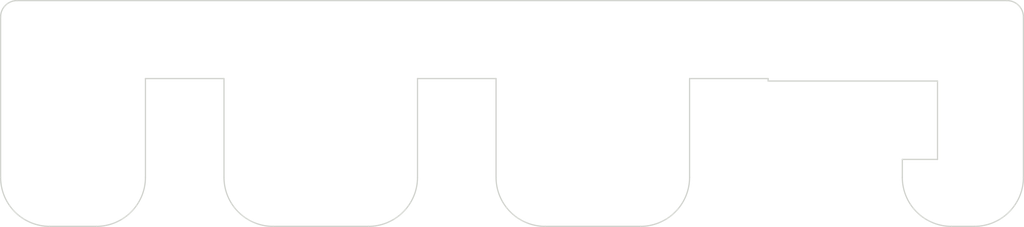
<source format=kicad_pcb>
(kicad_pcb (version 4) (host pcbnew 4.0.6-e0-6349~53~ubuntu14.04.1)

  (general
    (links 0)
    (no_connects 0)
    (area 44.599999 42.6 230.900001 150.100001)
    (thickness 2.5)
    (drawings 60)
    (tracks 0)
    (zones 0)
    (modules 6)
    (nets 12)
  )

  (page A4)
  (title_block
    (title SBMS40)
    (rev 02)
    (company "Electrodacus (Schematic and PCB layout released under CC-BY-SA 3.0 licence)")
  )

  (layers
    (0 F.Cu signal)
    (31 B.Cu signal)
    (32 B.Adhes user)
    (33 F.Adhes user)
    (34 B.Paste user)
    (35 F.Paste user)
    (36 B.SilkS user)
    (37 F.SilkS user)
    (38 B.Mask user)
    (39 F.Mask user)
    (42 Eco1.User user hide)
    (43 Eco2.User user)
    (44 Edge.Cuts user)
  )

  (setup
    (last_trace_width 0.198)
    (user_trace_width 0.198)
    (user_trace_width 0.2)
    (user_trace_width 0.25)
    (user_trace_width 0.3)
    (user_trace_width 0.5)
    (user_trace_width 0.7)
    (user_trace_width 1)
    (user_trace_width 1.2)
    (trace_clearance 0.2)
    (zone_clearance 0.5)
    (zone_45_only yes)
    (trace_min 0.198)
    (segment_width 0.1)
    (edge_width 0.15)
    (via_size 0.7)
    (via_drill 0.3)
    (via_min_size 0.5)
    (via_min_drill 0.3)
    (user_via 0.7 0.3)
    (user_via 1 0.6)
    (uvia_size 0.508)
    (uvia_drill 0.127)
    (uvias_allowed no)
    (uvia_min_size 0.5)
    (uvia_min_drill 0.1)
    (pcb_text_width 0.3)
    (pcb_text_size 1.5 1.5)
    (mod_edge_width 0.15)
    (mod_text_size 1.5 1.5)
    (mod_text_width 0.15)
    (pad_size 2 6)
    (pad_drill 2)
    (pad_to_mask_clearance 0.03)
    (solder_mask_min_width 0.1)
    (pad_to_paste_clearance_ratio -0.02)
    (aux_axis_origin 50 150)
    (visible_elements FFFFFE4F)
    (pcbplotparams
      (layerselection 0x010c0_00000000)
      (usegerberextensions true)
      (gerberprecision 5)
      (excludeedgelayer true)
      (linewidth 0.100000)
      (plotframeref false)
      (viasonmask false)
      (mode 1)
      (useauxorigin true)
      (hpglpennumber 1)
      (hpglpenspeed 20)
      (hpglpendiameter 15)
      (hpglpenoverlay 2)
      (psnegative false)
      (psa4output false)
      (plotreference false)
      (plotvalue false)
      (plotinvisibletext false)
      (padsonsilk false)
      (subtractmaskfromsilk false)
      (outputformat 1)
      (mirror false)
      (drillshape 0)
      (scaleselection 1)
      (outputdirectory SBMS40-v02b/))
  )

  (net 0 "")
  (net 1 /BAT0)
  (net 2 /CPV1P)
  (net 3 /CPV2P)
  (net 4 /CSI1a)
  (net 5 /CSI2a)
  (net 6 /LDMON)
  (net 7 /PV+)
  (net 8 /PV1)
  (net 9 /PV2)
  (net 10 GND)
  (net 11 "Net-(D7-Pad1)")

  (net_class Default "This is the default net class."
    (clearance 0.2)
    (trace_width 0.198)
    (via_dia 0.7)
    (via_drill 0.3)
    (uvia_dia 0.508)
    (uvia_drill 0.127)
  )

  (module dacusnewlib:H1-6x2mm-M (layer F.Cu) (tedit 5939B29F) (tstamp 5955A8CF)
    (at 49 132)
    (fp_text reference "" (at -0.27432 -2.94894) (layer F.SilkS) hide
      (effects (font (thickness 0.3048)))
    )
    (fp_text value "" (at 5.02412 -2.99974) (layer F.SilkS) hide
      (effects (font (thickness 0.3048)))
    )
    (pad "" np_thru_hole oval (at 0 0) (size 2 6) (drill oval 2 6) (layers *.Cu *.Mask))
  )

  (module dacusnewlib:H1-6x2mm-M (layer F.Cu) (tedit 5955A082) (tstamp 5955A8D4)
    (at 48.87 141.32)
    (fp_text reference "" (at -0.27432 -2.94894) (layer F.SilkS) hide
      (effects (font (thickness 0.3048)))
    )
    (fp_text value "" (at 5.02412 -2.99974) (layer F.SilkS) hide
      (effects (font (thickness 0.3048)))
    )
    (pad "" np_thru_hole oval (at 0.13 0.68) (size 2 6) (drill oval 2 6) (layers *.Cu *.Mask))
  )

  (module dacusnewlib:H1-5mm-M locked (layer F.Cu) (tedit 59385344) (tstamp 5948BCE2)
    (at 56 128)
    (fp_text reference "" (at -0.27432 -2.94894) (layer F.SilkS) hide
      (effects (font (thickness 0.3048)))
    )
    (fp_text value "" (at 5.02412 -2.99974) (layer F.SilkS) hide
      (effects (font (thickness 0.3048)))
    )
    (pad "" np_thru_hole circle (at 0 0) (size 5 5) (drill 5) (layers *.Cu *.Mask))
  )

  (module dacusnewlib:H1-5mm-M locked (layer F.Cu) (tedit 59385344) (tstamp 5948BC4A)
    (at 164 128)
    (fp_text reference "" (at -0.27432 -2.94894) (layer F.SilkS) hide
      (effects (font (thickness 0.3048)))
    )
    (fp_text value "" (at 5.02412 -2.99974) (layer F.SilkS) hide
      (effects (font (thickness 0.3048)))
    )
    (pad "" np_thru_hole circle (at 0 0) (size 5 5) (drill 5) (layers *.Cu *.Mask))
  )

  (module dacusnewlib:H1-5mm-M locked (layer F.Cu) (tedit 59385344) (tstamp 59475B78)
    (at 164 144)
    (fp_text reference "" (at -0.27432 -2.94894) (layer F.SilkS) hide
      (effects (font (thickness 0.3048)))
    )
    (fp_text value "" (at 5.02412 -2.99974) (layer F.SilkS) hide
      (effects (font (thickness 0.3048)))
    )
    (pad "" np_thru_hole circle (at 0 0) (size 5 5) (drill 5) (layers *.Cu *.Mask))
  )

  (module dacusnewlib:H1-5mm-M locked (layer F.Cu) (tedit 59385344) (tstamp 58E5B0AD)
    (at 56 144)
    (fp_text reference "" (at -0.27432 -2.94894) (layer F.SilkS) hide
      (effects (font (thickness 0.3048)))
    )
    (fp_text value "" (at 5.02412 -2.99974) (layer F.SilkS) hide
      (effects (font (thickness 0.3048)))
    )
    (pad "" np_thru_hole circle (at 0 0) (size 5 5) (drill 5) (layers *.Cu *.Mask))
  )

  (gr_arc (start 161.2 144) (end 161.2 150) (angle 90) (layer Edge.Cuts) (width 0.15) (tstamp 5955A90C))
  (gr_line (start 45 124.35) (end 45 144) (layer Edge.Cuts) (width 0.15))
  (gr_arc (start 47 124.35) (end 45 124.35) (angle 90) (layer Edge.Cuts) (width 0.15) (tstamp 59559DE1))
  (gr_line (start 170 124.35) (end 170 144) (layer Edge.Cuts) (width 0.15))
  (gr_arc (start 168 124.35) (end 168 122.35) (angle 90) (layer Edge.Cuts) (width 0.15))
  (gr_line (start 47 122.35) (end 168 122.35) (layer Edge.Cuts) (width 0.15))
  (gr_line (start 155.2 144) (end 155.2 141.8) (layer Edge.Cuts) (width 0.15))
  (gr_line (start 138.8 131.9) (end 129.2 131.9) (layer Edge.Cuts) (width 0.15))
  (gr_line (start 138.8 132.2) (end 159.5 132.2) (layer Edge.Cuts) (width 0.15))
  (gr_line (start 138.8 131.9) (end 138.8 132.2) (layer Edge.Cuts) (width 0.15))
  (gr_line (start 51 150) (end 56.7 150) (layer Edge.Cuts) (width 0.15))
  (gr_line (start 78.3 150) (end 89.95 150) (layer Edge.Cuts) (width 0.15))
  (gr_line (start 111.55 150) (end 123.2 150) (layer Edge.Cuts) (width 0.15))
  (gr_arc (start 56.7 144) (end 62.7 144) (angle 90) (layer Edge.Cuts) (width 0.15))
  (gr_arc (start 78.3 144) (end 78.3 150) (angle 90) (layer Edge.Cuts) (width 0.15))
  (gr_arc (start 89.95 144) (end 95.95 144) (angle 90) (layer Edge.Cuts) (width 0.15))
  (gr_line (start 95.95 131.9) (end 95.95 144) (layer Edge.Cuts) (width 0.15))
  (gr_line (start 105.55 131.9) (end 95.95 131.9) (layer Edge.Cuts) (width 0.15))
  (gr_line (start 105.55 144) (end 105.55 131.9) (layer Edge.Cuts) (width 0.15))
  (gr_arc (start 111.55 144) (end 111.55 150) (angle 90) (layer Edge.Cuts) (width 0.15))
  (gr_arc (start 123.2 144) (end 129.2 144) (angle 90) (layer Edge.Cuts) (width 0.15))
  (gr_line (start 155.2 141.8) (end 159.5 141.8) (layer Edge.Cuts) (width 0.15))
  (gr_line (start 129.2 144) (end 129.2 131.9) (layer Edge.Cuts) (width 0.15))
  (gr_line (start 72.3 131.9) (end 72.3 144) (layer Edge.Cuts) (width 0.15))
  (gr_line (start 62.7 131.9) (end 72.3 131.9) (layer Edge.Cuts) (width 0.15))
  (gr_line (start 62.7 144) (end 62.7 131.9) (layer Edge.Cuts) (width 0.15))
  (gr_line (start 159.5 132.2) (end 159.5 141.8) (layer Edge.Cuts) (width 0.15))
  (gr_line (start 110.76 109.69) (end 110.76 114.16) (layer Eco1.User) (width 0.2))
  (gr_line (start 102.76 109.69) (end 102.76 113.16) (layer Eco1.User) (width 0.2))
  (gr_line (start 94.76 109.69) (end 94.76 113.48) (layer Eco1.User) (width 0.2))
  (gr_line (start 44.7 65) (end 230.8 65) (layer Eco1.User) (width 0.2))
  (gr_line (start 50 60) (end 50 150) (layer Eco1.User) (width 0.2))
  (gr_line (start 170 60) (end 50 60) (layer Eco1.User) (width 0.2))
  (gr_line (start 170 150) (end 170 60) (layer Eco1.User) (width 0.2))
  (gr_line (start 50 150) (end 170 150) (layer Eco1.User) (width 0.2))
  (gr_text 5 (at 216 137.5) (layer In4.Cu)
    (effects (font (size 1.25 1.25) (thickness 0.25)))
  )
  (gr_text 4 (at 216 135.5) (layer In3.Cu)
    (effects (font (size 1.25 1.25) (thickness 0.25)))
  )
  (gr_line (start 79.36 77.26) (end 84.46 77.26) (angle 90) (layer Eco1.User) (width 0.2))
  (gr_line (start 75 94.8) (end 75 86.46) (angle 90) (layer Eco1.User) (width 0.2))
  (gr_line (start 60.72 88.34) (end 60.71 88.34) (angle 90) (layer Eco1.User) (width 0.2))
  (gr_line (start 60.72 97.64) (end 60.72 88.34) (angle 90) (layer Eco1.User) (width 0.2))
  (gr_line (start 56.35 97.64) (end 66.4 97.64) (angle 90) (layer Eco1.User) (width 0.2))
  (gr_line (start 93 116.53) (end 93 121.8) (angle 90) (layer Eco1.User) (width 0.2))
  (gr_line (start 109 116.75) (end 109 122.32) (angle 90) (layer Eco1.User) (width 0.2))
  (gr_line (start 110.76 104.82) (end 110.76 110.63) (angle 90) (layer Eco1.User) (width 0.2))
  (gr_line (start 124.47 114) (end 159.32 114) (angle 90) (layer Eco1.User) (width 0.2))
  (gr_line (start 123.25 79.94) (end 123.25 125.58) (angle 90) (layer Eco1.User) (width 0.2))
  (gr_line (start 87.86 58.7) (end 87.86 119) (angle 90) (layer Eco1.User) (width 0.2))
  (gr_line (start 214 111.5) (end 56 111.5) (angle 90) (layer Eco1.User) (width 0.2))
  (gr_arc (start 56 117.5) (end 50 117.5) (angle 90) (layer Eco1.User) (width 0.2))
  (gr_arc (start 164 128) (end 164 122) (angle 90) (layer Eco1.User) (width 0.2))
  (gr_arc (start 164 144) (end 170 144) (angle 90) (layer Edge.Cuts) (width 0.15))
  (gr_arc (start 51 144) (end 51 150) (angle 90) (layer Edge.Cuts) (width 0.15))
  (gr_line (start 50 145) (end 220 145) (angle 90) (layer Eco1.User) (width 0.2))
  (gr_line (start 59.4 123.23) (end 59.41 123.23) (angle 90) (layer Eco1.User) (width 0.2))
  (gr_line (start 66.4 92.97) (end 66.4 123.23) (angle 90) (layer Eco1.User) (width 0.2))
  (gr_line (start 50 92.97) (end 66.4 92.97) (angle 90) (layer Eco1.User) (width 0.2))
  (gr_line (start 49.99 123.23) (end 67.17 123.23) (angle 90) (layer Eco1.User) (width 0.2))
  (gr_line (start 55 150) (end 55 59.6) (angle 90) (layer Eco1.User) (width 0.2))
  (gr_line (start 161.2 150) (end 164 150) (angle 90) (layer Edge.Cuts) (width 0.15))

  (zone (net 5) (net_name /CSI2a) (layer In3.Cu) (tstamp 58E42335) (hatch edge 0.508)
    (connect_pads yes (clearance 0.3))
    (min_thickness 0.3)
    (fill yes (arc_segments 32) (thermal_gap 0.508) (thermal_bridge_width 0.508) (smoothing fillet) (radius 0.3))
    (polygon
      (pts
        (xy 120.39 106.5) (xy 156 106.5) (xy 156 105.7) (xy 169 105.7) (xy 169 115.3)
        (xy 156 115.3) (xy 156 113.5) (xy 148 113.5) (xy 148 121.5) (xy 189.28 121.5)
        (xy 189.28 126.86) (xy 148.1 126.86) (xy 148.1 140) (xy 189.28 140) (xy 189.28 145.36)
        (xy 148.1 145.36) (xy 148.1 146.7) (xy 138.4 146.7) (xy 138.4 144.8) (xy 138.2 144.6)
        (xy 138.2 122.3) (xy 138.4 122.1) (xy 138.4 120.6) (xy 136 118.2) (xy 122.1 118.2)
        (xy 119.7 115.8) (xy 119.69 107.2)
      )
    )
  )
  (zone (net 5) (net_name /CSI2a) (layer In4.Cu) (tstamp 58E42366) (hatch edge 0.508)
    (connect_pads yes (clearance 0.3))
    (min_thickness 0.3)
    (fill yes (arc_segments 32) (thermal_gap 0.508) (thermal_bridge_width 0.508) (smoothing fillet) (radius 0.3))
    (polygon
      (pts
        (xy 120.39 106.5) (xy 156 106.5) (xy 156 105.7) (xy 169 105.7) (xy 169 115.3)
        (xy 156 115.3) (xy 156 113.5) (xy 148 113.5) (xy 148 121.5) (xy 189.28 121.5)
        (xy 189.28 126.86) (xy 148.1 126.86) (xy 148.1 140) (xy 189.28 140) (xy 189.28 145.36)
        (xy 148.1 145.36) (xy 148.1 146.7) (xy 138.4 146.7) (xy 138.4 144.8) (xy 138.2 144.6)
        (xy 138.2 122.3) (xy 138.4 122.1) (xy 138.4 120.6) (xy 136 118.2) (xy 122.1 118.2)
        (xy 119.7 115.8) (xy 119.7 107.2)
      )
    )
  )
  (zone (net 6) (net_name /LDMON) (layer In3.Cu) (tstamp 58E42F63) (hatch edge 0.508)
    (connect_pads yes (clearance 0.3))
    (min_thickness 0.3)
    (fill yes (arc_segments 32) (thermal_gap 0.508) (thermal_bridge_width 0.508) (smoothing fillet) (radius 0.3))
    (polygon
      (pts
        (xy 148.72 127.81) (xy 189.9 127.81) (xy 189.9 120.5) (xy 186.4 120.5) (xy 186.4 117.1)
        (xy 191.4 117.1) (xy 209.5 117.1) (xy 209.5 146.7) (xy 189.9 146.7) (xy 189.9 139.05)
        (xy 148.72 139.05)
      )
    )
  )
  (zone (net 6) (net_name /LDMON) (layer In4.Cu) (tstamp 58E42F7D) (hatch edge 0.508)
    (connect_pads yes (clearance 0.3))
    (min_thickness 0.3)
    (fill yes (arc_segments 32) (thermal_gap 0.508) (thermal_bridge_width 0.508) (smoothing fillet) (radius 0.3))
    (polygon
      (pts
        (xy 148.72 127.81) (xy 189.9 127.81) (xy 189.9 120.5) (xy 186.4 120.5) (xy 186.4 117.1)
        (xy 191.4 117.1) (xy 209.5 117.1) (xy 209.5 146.7) (xy 189.9 146.7) (xy 189.9 139.05)
        (xy 148.72 139.05)
      )
    )
  )
  (zone (net 7) (net_name /PV+) (layer In3.Cu) (tstamp 58E42FCE) (hatch edge 0.508)
    (connect_pads yes (clearance 1))
    (min_thickness 1)
    (fill yes (arc_segments 32) (thermal_gap 0.508) (thermal_bridge_width 0.508) (smoothing fillet) (radius 0.3))
    (polygon
      (pts
        (xy 55 111.1) (xy 110.28 111.1) (xy 119.72 105.5) (xy 154.28 105.5) (xy 156 104.7)
        (xy 169 104.7) (xy 169 96.9) (xy 188.81 96.9) (xy 201.29 84.42) (xy 201.29 42.6)
        (xy 111.5 42.6) (xy 111.5 55.5) (xy 96.7 55.5) (xy 96.7 42.6) (xy 55 42.6)
        (xy 55 97.5) (xy 60.9 97.5) (xy 60.9 99) (xy 55 99)
      )
    )
  )
  (zone (net 7) (net_name /PV+) (layer In4.Cu) (tstamp 58E4390E) (hatch edge 0.508)
    (connect_pads yes (clearance 1))
    (min_thickness 1)
    (fill yes (arc_segments 32) (thermal_gap 0.508) (thermal_bridge_width 0.508) (smoothing fillet) (radius 0.3))
    (polygon
      (pts
        (xy 55 111.1) (xy 110.28 111.1) (xy 119.72 105.5) (xy 154.28 105.5) (xy 156 104.7)
        (xy 169 104.7) (xy 169 96.9) (xy 188.81 96.9) (xy 201.29 84.42) (xy 201.29 42.6)
        (xy 111.5 42.6) (xy 111.5 55.5) (xy 96.7 55.5) (xy 96.7 42.6) (xy 55 42.6)
        (xy 55 97.5) (xy 60.9 97.5) (xy 60.9 99) (xy 55 99)
      )
    )
  )
  (zone (net 8) (net_name /PV1) (layer In3.Cu) (tstamp 58E43ED4) (hatch edge 0.508)
    (connect_pads yes (clearance 0.3))
    (min_thickness 0.3)
    (fill yes (arc_segments 32) (thermal_gap 0.508) (thermal_bridge_width 0.508) (smoothing fillet) (radius 0.3))
    (polygon
      (pts
        (xy 87.72 112.1) (xy 110.28 112.1) (xy 110.28 114) (xy 107.28 117) (xy 87.72 117)
      )
    )
  )
  (zone (net 8) (net_name /PV1) (layer In4.Cu) (tstamp 58E43F00) (hatch edge 0.508)
    (connect_pads yes (clearance 0.3))
    (min_thickness 0.3)
    (fill yes (arc_segments 32) (thermal_gap 0.508) (thermal_bridge_width 0.508) (smoothing fillet) (radius 0.3))
    (polygon
      (pts
        (xy 87.72 112.1) (xy 110.28 112.1) (xy 110.28 114) (xy 107.28 117) (xy 87.72 117)
      )
    )
  )
  (zone (net 9) (net_name /PV2) (layer In3.Cu) (tstamp 58E43FC2) (hatch edge 0.508)
    (connect_pads yes (clearance 0.3))
    (min_thickness 0.3)
    (fill yes (arc_segments 32) (thermal_gap 0.508) (thermal_bridge_width 0.508) (smoothing fillet) (radius 0.3))
    (polygon
      (pts
        (xy 58.72 112.1) (xy 81.7 112.1) (xy 81.7 117) (xy 61.64 117) (xy 58.72 114.08)
      )
    )
  )
  (zone (net 9) (net_name /PV2) (layer In4.Cu) (tstamp 58E43FE6) (hatch edge 0.508)
    (connect_pads yes (clearance 0.3))
    (min_thickness 0.3)
    (fill yes (arc_segments 32) (thermal_gap 0.508) (thermal_bridge_width 0.508) (smoothing fillet) (radius 0.3))
    (polygon
      (pts
        (xy 58.72 112.1) (xy 81.7 112.1) (xy 81.7 117) (xy 61.64 117) (xy 58.72 114.08)
      )
    )
  )
  (zone (net 4) (net_name /CSI1a) (layer In3.Cu) (tstamp 58E44DA2) (hatch edge 0.508)
    (connect_pads yes (clearance 0.3))
    (min_thickness 0.3)
    (fill yes (arc_segments 32) (thermal_gap 0.508) (thermal_bridge_width 0.508) (smoothing fillet) (radius 0.3))
    (polygon
      (pts
        (xy 117 120.18) (xy 134.8 120.18) (xy 136.02 121.4) (xy 136.6 121.98) (xy 136.6 122.1)
        (xy 136.8 122.3) (xy 136.8 144.6) (xy 136.6 144.8) (xy 136.6 146.68) (xy 117 146.68)
      )
    )
  )
  (zone (net 4) (net_name /CSI1a) (layer In4.Cu) (tstamp 58E44DD1) (hatch edge 0.508)
    (connect_pads yes (clearance 0.3))
    (min_thickness 0.3)
    (fill yes (arc_segments 32) (thermal_gap 0.508) (thermal_bridge_width 0.508) (smoothing fillet) (radius 0.3))
    (polygon
      (pts
        (xy 117 120.18) (xy 134.8 120.18) (xy 136.02 121.4) (xy 136.6 121.98) (xy 136.6 122.1)
        (xy 136.8 122.3) (xy 136.8 144.6) (xy 136.6 144.8) (xy 136.6 146.68) (xy 117 146.68)
      )
    )
  )
  (zone (net 2) (net_name /CPV1P) (layer In3.Cu) (tstamp 58E45106) (hatch edge 0.508)
    (connect_pads yes (clearance 0.3))
    (min_thickness 0.3)
    (fill yes (arc_segments 32) (thermal_gap 0.508) (thermal_bridge_width 0.508) (smoothing fillet) (radius 0.3))
    (polygon
      (pts
        (xy 91 117.89) (xy 91 146.68) (xy 107 146.68) (xy 107 123.4) (xy 107 117.89)
        (xy 106.8 117.69) (xy 91.2 117.69)
      )
    )
  )
  (zone (net 2) (net_name /CPV1P) (layer In4.Cu) (tstamp 58E45130) (hatch edge 0.508)
    (connect_pads yes (clearance 0.3))
    (min_thickness 0.3)
    (fill yes (arc_segments 32) (thermal_gap 0.508) (thermal_bridge_width 0.508) (smoothing fillet) (radius 0.3))
    (polygon
      (pts
        (xy 91 117.89) (xy 91 146.68) (xy 107 146.68) (xy 107 123.4) (xy 107 117.89)
        (xy 106.8 117.69) (xy 91.2 117.69)
      )
    )
  )
  (zone (net 3) (net_name /CPV2P) (layer In3.Cu) (tstamp 58E4515C) (hatch edge 0.508)
    (connect_pads yes (clearance 0.3))
    (min_thickness 0.3)
    (fill yes (arc_segments 32) (thermal_gap 0.508) (thermal_bridge_width 0.508) (smoothing fillet) (radius 0.3))
    (polygon
      (pts
        (xy 62 117.89) (xy 62.2 117.69) (xy 77.8 117.69) (xy 78 117.89) (xy 78 146.68)
        (xy 62 146.68)
      )
    )
  )
  (zone (net 3) (net_name /CPV2P) (layer In4.Cu) (tstamp 58E45188) (hatch edge 0.508)
    (connect_pads yes (clearance 0.3))
    (min_thickness 0.3)
    (fill yes (arc_segments 32) (thermal_gap 0.508) (thermal_bridge_width 0.508) (smoothing fillet) (radius 0.3))
    (polygon
      (pts
        (xy 62 117.89) (xy 62.2 117.69) (xy 77.8 117.69) (xy 78 117.89) (xy 78 146.68)
        (xy 62 146.68)
      )
    )
  )
  (zone (net 10) (net_name GND) (layer In3.Cu) (tstamp 58E45309) (hatch edge 0.508)
    (connect_pads yes (clearance 1))
    (min_thickness 1)
    (fill yes (arc_segments 32) (thermal_gap 0.508) (thermal_bridge_width 0.508) (smoothing fillet) (radius 0.3))
    (polygon
      (pts
        (xy 185.61 105.43) (xy 186.51 105.43) (xy 187.19 104.75) (xy 198.33 104.75) (xy 198.33 115.68)
        (xy 210 115.68) (xy 212.5 113.5) (xy 220 113.5) (xy 220 42.6) (xy 202.3 42.6)
        (xy 202.31 84.83) (xy 186.51 100.63) (xy 185.61 100.63)
      )
    )
  )
  (zone (net 10) (net_name GND) (layer In4.Cu) (tstamp 58E453D4) (hatch edge 0.508)
    (connect_pads yes (clearance 1))
    (min_thickness 1)
    (fill yes (arc_segments 32) (thermal_gap 0.508) (thermal_bridge_width 0.508) (smoothing fillet) (radius 0.3))
    (polygon
      (pts
        (xy 185.61 105.43) (xy 186.51 105.43) (xy 187.19 104.75) (xy 198.33 104.75) (xy 198.33 115.68)
        (xy 210 115.68) (xy 212.5 113.5) (xy 220 113.5) (xy 220 42.6) (xy 202.31 42.6)
        (xy 202.31 84.83) (xy 186.51 100.63) (xy 185.61 100.63)
      )
    )
  )
  (zone (net 1) (net_name /BAT0) (layer In3.Cu) (tstamp 58E457EE) (hatch edge 0.508)
    (connect_pads yes (clearance 0.3))
    (min_thickness 0.3)
    (fill yes (arc_segments 32) (thermal_gap 0.508) (thermal_bridge_width 0.508) (smoothing fillet) (radius 0.3))
    (polygon
      (pts
        (xy 185.61 112.77) (xy 188.3 112.77) (xy 188.3 111.1) (xy 197.3 111.1) (xy 197.3 105.8)
        (xy 188.3 105.8) (xy 186.4 107.7) (xy 185.71 107.7) (xy 185.71 107.97) (xy 185.61 107.97)
      )
    )
  )
  (zone (net 1) (net_name /BAT0) (layer In4.Cu) (tstamp 58E45820) (hatch edge 0.508)
    (connect_pads yes (clearance 0.3))
    (min_thickness 0.3)
    (fill yes (arc_segments 32) (thermal_gap 0.508) (thermal_bridge_width 0.508) (smoothing fillet) (radius 0.3))
    (polygon
      (pts
        (xy 185.61 112.77) (xy 188.3 112.77) (xy 188.3 111.1) (xy 197.3 111.1) (xy 197.3 105.8)
        (xy 188.3 105.8) (xy 186.4 107.7) (xy 185.71 107.7) (xy 185.71 107.97) (xy 185.61 107.97)
      )
    )
  )
  (zone (net 11) (net_name "Net-(D7-Pad1)") (layer In3.Cu) (tstamp 58E45941) (hatch edge 0.508)
    (connect_pads yes (clearance 0.3))
    (min_thickness 0.3)
    (fill yes (arc_segments 32) (thermal_gap 0.508) (thermal_bridge_width 0.508) (smoothing fillet) (radius 0.3))
    (polygon
      (pts
        (xy 156 115.9) (xy 156 120.5) (xy 185.3 120.5) (xy 185.3 116.7) (xy 197.3 116.7)
        (xy 197.3 111.6) (xy 188.8 111.6) (xy 188.8 113.3) (xy 169.5 113.3) (xy 169.5 115.9)
      )
    )
  )
  (zone (net 11) (net_name "Net-(D7-Pad1)") (layer In4.Cu) (tstamp 58E4597B) (hatch edge 0.508)
    (connect_pads yes (clearance 0.3))
    (min_thickness 0.3)
    (fill yes (arc_segments 32) (thermal_gap 0.508) (thermal_bridge_width 0.508) (smoothing fillet) (radius 0.3))
    (polygon
      (pts
        (xy 156 115.9) (xy 156 120.5) (xy 185.3 120.5) (xy 185.3 116.7) (xy 197.3 116.7)
        (xy 197.3 111.6) (xy 188.8 111.6) (xy 188.8 113.3) (xy 169.5 113.3) (xy 169.5 115.9)
      )
    )
  )
)

</source>
